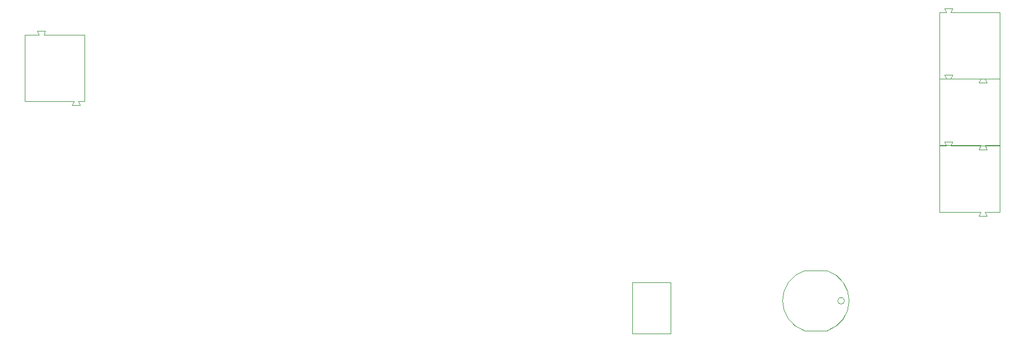
<source format=gbr>
%TF.GenerationSoftware,Altium Limited,Altium Designer,21.6.4 (81)*%
G04 Layer_Color=32768*
%FSLAX43Y43*%
%MOMM*%
%TF.SameCoordinates,45A01B4D-518A-40F9-B883-98BDF5CD3DE6*%
%TF.FilePolarity,Positive*%
%TF.FileFunction,Other,Top_Component_Outline*%
%TF.Part,Single*%
G01*
G75*
%TA.AperFunction,NonConductor*%
%ADD139C,0.100*%
D139*
X124450Y5775D02*
G03*
X124450Y5775I-500J0D01*
G01*
X121900Y1275D02*
G03*
X121900Y10275I-1490J4500D01*
G01*
X118400D02*
G03*
X118400Y1275I1490J-4500D01*
G01*
X140400Y29125D02*
X140650Y29725D01*
X139450D02*
X140650D01*
X139450D02*
X139700Y29125D01*
X144650Y18525D02*
X144900Y19125D01*
X145600D02*
X145850Y18525D01*
X144650D02*
X145850D01*
X138750Y19125D02*
X144900D01*
X145600D02*
X147750D01*
Y29125D01*
X138750Y19125D02*
Y29125D01*
X139700D01*
X140400D02*
X147750D01*
X98375Y835D02*
Y8495D01*
X92575D02*
X98375D01*
X92575Y835D02*
Y8495D01*
Y835D02*
X98375D01*
X140401Y39150D02*
X147751D01*
X138751D02*
X139701D01*
X138751Y29150D02*
Y39150D01*
X147751Y29150D02*
Y39150D01*
X145601Y29150D02*
X147751D01*
X138751D02*
X144900D01*
X144651Y28550D02*
X145851D01*
X145601Y29150D02*
X145851Y28550D01*
X144651D02*
X144900Y29150D01*
X139451Y39750D02*
X139701Y39150D01*
X139451Y39750D02*
X140651D01*
X140401Y39150D02*
X140651Y39750D01*
X140401Y49175D02*
X147751D01*
X138751D02*
X139701D01*
X138751Y39175D02*
Y49175D01*
X147751Y39175D02*
Y49175D01*
X145601Y39175D02*
X147751D01*
X138751D02*
X144900D01*
X144651Y38575D02*
X145851D01*
X145601Y39175D02*
X145851Y38575D01*
X144651D02*
X144900Y39175D01*
X139451Y49775D02*
X139701Y49175D01*
X139451Y49775D02*
X140651D01*
X140401Y49175D02*
X140651Y49775D01*
X118400Y1275D02*
X121900D01*
X118400Y10275D02*
X121900D01*
X8400Y35200D02*
X8650Y35800D01*
X8400Y35200D02*
X9600D01*
X9350Y35800D02*
X9600Y35200D01*
X4150Y45800D02*
X4400Y46400D01*
X3200D02*
X3450Y45800D01*
X3200Y46400D02*
X4400D01*
X4150Y45800D02*
X10300D01*
X1300D02*
X3450D01*
X1300Y35800D02*
Y45800D01*
X10300Y35800D02*
Y45800D01*
X9350Y35800D02*
X10300D01*
X1300D02*
X8650D01*
%TF.MD5,cef4b4f69446ad7ede4a42965d42096c*%
M02*

</source>
